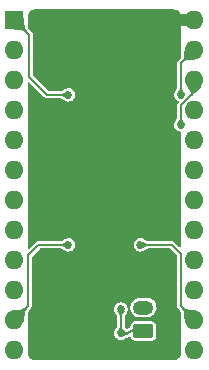
<source format=gbr>
%TF.GenerationSoftware,KiCad,Pcbnew,(6.0.9)*%
%TF.CreationDate,2022-11-12T15:20:29-05:00*%
%TF.ProjectId,6116_FRAM_MOD,36313136-5f46-4524-914d-5f4d4f442e6b,rev?*%
%TF.SameCoordinates,Original*%
%TF.FileFunction,Copper,L2,Bot*%
%TF.FilePolarity,Positive*%
%FSLAX46Y46*%
G04 Gerber Fmt 4.6, Leading zero omitted, Abs format (unit mm)*
G04 Created by KiCad (PCBNEW (6.0.9)) date 2022-11-12 15:20:29*
%MOMM*%
%LPD*%
G01*
G04 APERTURE LIST*
G04 Aperture macros list*
%AMRoundRect*
0 Rectangle with rounded corners*
0 $1 Rounding radius*
0 $2 $3 $4 $5 $6 $7 $8 $9 X,Y pos of 4 corners*
0 Add a 4 corners polygon primitive as box body*
4,1,4,$2,$3,$4,$5,$6,$7,$8,$9,$2,$3,0*
0 Add four circle primitives for the rounded corners*
1,1,$1+$1,$2,$3*
1,1,$1+$1,$4,$5*
1,1,$1+$1,$6,$7*
1,1,$1+$1,$8,$9*
0 Add four rect primitives between the rounded corners*
20,1,$1+$1,$2,$3,$4,$5,0*
20,1,$1+$1,$4,$5,$6,$7,0*
20,1,$1+$1,$6,$7,$8,$9,0*
20,1,$1+$1,$8,$9,$2,$3,0*%
G04 Aperture macros list end*
%TA.AperFunction,ComponentPad*%
%ADD10RoundRect,0.250000X0.625000X-0.350000X0.625000X0.350000X-0.625000X0.350000X-0.625000X-0.350000X0*%
%TD*%
%TA.AperFunction,ComponentPad*%
%ADD11O,1.750000X1.200000*%
%TD*%
%TA.AperFunction,ComponentPad*%
%ADD12R,1.600000X1.600000*%
%TD*%
%TA.AperFunction,ComponentPad*%
%ADD13O,1.600000X1.600000*%
%TD*%
%TA.AperFunction,ViaPad*%
%ADD14C,0.685800*%
%TD*%
%TA.AperFunction,Conductor*%
%ADD15C,0.152400*%
%TD*%
%TA.AperFunction,Conductor*%
%ADD16C,0.914400*%
%TD*%
G04 APERTURE END LIST*
D10*
%TO.P,J1,1,Pin_1*%
%TO.N,/BATT_FAKE*%
X122682000Y-84785200D03*
D11*
%TO.P,J1,2,Pin_2*%
%TO.N,GND*%
X122682000Y-82785200D03*
%TD*%
D12*
%TO.P,U10,1,A7*%
%TO.N,/A7*%
X111760000Y-58420000D03*
D13*
%TO.P,U10,2,A6*%
%TO.N,/A6*%
X111760000Y-60960000D03*
%TO.P,U10,3,A5*%
%TO.N,/A5*%
X111760000Y-63500000D03*
%TO.P,U10,4,A4*%
%TO.N,/A4*%
X111760000Y-66040000D03*
%TO.P,U10,5,A3*%
%TO.N,/A3*%
X111760000Y-68580000D03*
%TO.P,U10,6,A2*%
%TO.N,/A2*%
X111760000Y-71120000D03*
%TO.P,U10,7,A1*%
%TO.N,/A1*%
X111760000Y-73660000D03*
%TO.P,U10,8,A0*%
%TO.N,/A0*%
X111760000Y-76200000D03*
%TO.P,U10,9,D0*%
%TO.N,/D0*%
X111760000Y-78740000D03*
%TO.P,U10,10,D1*%
%TO.N,/D1*%
X111760000Y-81280000D03*
%TO.P,U10,11,D2*%
%TO.N,/D2*%
X111760000Y-83820000D03*
%TO.P,U10,12,GND*%
%TO.N,GND*%
X111760000Y-86360000D03*
%TO.P,U10,13,D3*%
%TO.N,/D3*%
X127000000Y-86360000D03*
%TO.P,U10,14,D4*%
%TO.N,/D4*%
X127000000Y-83820000D03*
%TO.P,U10,15,D5*%
%TO.N,/D5*%
X127000000Y-81280000D03*
%TO.P,U10,16,D6*%
%TO.N,/D6*%
X127000000Y-78740000D03*
%TO.P,U10,17,D7*%
%TO.N,/D7*%
X127000000Y-76200000D03*
%TO.P,U10,18,~{CE}*%
%TO.N,/~{CE}*%
X127000000Y-73660000D03*
%TO.P,U10,19,A10*%
%TO.N,/A10*%
X127000000Y-71120000D03*
%TO.P,U10,20,~{OE}*%
%TO.N,/~{OE}*%
X127000000Y-68580000D03*
%TO.P,U10,21,~{WE}*%
%TO.N,/~{WE}*%
X127000000Y-66040000D03*
%TO.P,U10,22,A9*%
%TO.N,/A9*%
X127000000Y-63500000D03*
%TO.P,U10,23,A8*%
%TO.N,/A8*%
X127000000Y-60960000D03*
%TO.P,U10,24,VCC*%
%TO.N,VCC*%
X127000000Y-58420000D03*
%TD*%
D14*
%TO.N,/D2*%
X116332000Y-77470000D03*
%TO.N,/A8*%
X125857000Y-64770000D03*
%TO.N,/A9*%
X125857000Y-67310000D03*
%TO.N,/A7*%
X116332000Y-64770000D03*
%TO.N,/D4*%
X122428000Y-77470000D03*
%TO.N,VCC*%
X120799466Y-86233000D03*
X124030000Y-61263000D03*
X124030000Y-60453800D03*
%TO.N,/BATT_FAKE*%
X120777000Y-84963000D03*
X120777000Y-82931000D03*
%TD*%
D15*
%TO.N,/D2*%
X112903000Y-82677000D02*
X111760000Y-83820000D01*
X113792000Y-77470000D02*
X112903000Y-78359000D01*
X116332000Y-77470000D02*
X113792000Y-77470000D01*
X112903000Y-78359000D02*
X112903000Y-82677000D01*
%TO.N,/A8*%
X125857000Y-62103000D02*
X127000000Y-60960000D01*
X125857000Y-64770000D02*
X125857000Y-62103000D01*
%TO.N,/A9*%
X125857000Y-65659000D02*
X127000000Y-64516000D01*
X125857000Y-67310000D02*
X125857000Y-65659000D01*
X127000000Y-64516000D02*
X127000000Y-63500000D01*
%TO.N,/A7*%
X113030000Y-59690000D02*
X111760000Y-58420000D01*
X113030000Y-63246000D02*
X113030000Y-59690000D01*
X114554000Y-64770000D02*
X113030000Y-63246000D01*
X116332000Y-64770000D02*
X114554000Y-64770000D01*
%TO.N,/D4*%
X122428000Y-77470000D02*
X125095000Y-77470000D01*
X125857000Y-78232000D02*
X125857000Y-82677000D01*
X125095000Y-77470000D02*
X125857000Y-78232000D01*
X125857000Y-82677000D02*
X127000000Y-83820000D01*
D16*
%TO.N,VCC*%
X127000000Y-58420000D02*
X125857000Y-58420000D01*
D15*
%TO.N,/BATT_FAKE*%
X121412000Y-84963000D02*
X121589800Y-84785200D01*
X120777000Y-82931000D02*
X120777000Y-84963000D01*
X120777000Y-84963000D02*
X121412000Y-84963000D01*
X121589800Y-84785200D02*
X122682000Y-84785200D01*
%TD*%
%TA.AperFunction,Conductor*%
%TO.N,VCC*%
G36*
X125252284Y-57531643D02*
G01*
X125395361Y-57550480D01*
X125414323Y-57555561D01*
X125543055Y-57608883D01*
X125560055Y-57618699D01*
X125670600Y-57703523D01*
X125684479Y-57717402D01*
X125769301Y-57827944D01*
X125779117Y-57844945D01*
X125832439Y-57973677D01*
X125837520Y-57992639D01*
X125856357Y-58135716D01*
X125857000Y-58145532D01*
X125857000Y-61570859D01*
X125850116Y-61602290D01*
X125833749Y-61637864D01*
X125827840Y-61648389D01*
X125765845Y-61740588D01*
X125759539Y-61748706D01*
X125654578Y-61866237D01*
X125652793Y-61869170D01*
X125652790Y-61869174D01*
X125647895Y-61877216D01*
X125638801Y-61889249D01*
X125637336Y-61890829D01*
X125635367Y-61892873D01*
X125621043Y-61907197D01*
X125619082Y-61910055D01*
X125616867Y-61912721D01*
X125616722Y-61912601D01*
X125614137Y-61915838D01*
X125594472Y-61937037D01*
X125591899Y-61943486D01*
X125589092Y-61950521D01*
X125581259Y-61965193D01*
X125573044Y-61977168D01*
X125571442Y-61983919D01*
X125571441Y-61983921D01*
X125566366Y-62005307D01*
X125563046Y-62015806D01*
X125552327Y-62042673D01*
X125551700Y-62049068D01*
X125551700Y-62058308D01*
X125549668Y-62075670D01*
X125546783Y-62087828D01*
X125547719Y-62094706D01*
X125547719Y-62094707D01*
X125551013Y-62118909D01*
X125551700Y-62129050D01*
X125551700Y-64057362D01*
X125549533Y-64075282D01*
X125546434Y-64087912D01*
X125546271Y-64091599D01*
X125546270Y-64091603D01*
X125544140Y-64139648D01*
X125543355Y-64147652D01*
X125538779Y-64177652D01*
X125536750Y-64186951D01*
X125532066Y-64203337D01*
X125528689Y-64212732D01*
X125523462Y-64224705D01*
X125519517Y-64232476D01*
X125509811Y-64249126D01*
X125506695Y-64254026D01*
X125487893Y-64281215D01*
X125486665Y-64282938D01*
X125458681Y-64321050D01*
X125456275Y-64324388D01*
X125456108Y-64324624D01*
X125456073Y-64324673D01*
X125429630Y-64362045D01*
X125424071Y-64369902D01*
X125420565Y-64374999D01*
X125420224Y-64375509D01*
X125416901Y-64380622D01*
X125416766Y-64380836D01*
X125416753Y-64380856D01*
X125392224Y-64419695D01*
X125384054Y-64432631D01*
X125379625Y-64439936D01*
X125379194Y-64440677D01*
X125375011Y-64448181D01*
X125374856Y-64448471D01*
X125374847Y-64448488D01*
X125359302Y-64477625D01*
X125345847Y-64502843D01*
X125325850Y-64554023D01*
X125325291Y-64556169D01*
X125324646Y-64558643D01*
X125321352Y-64568459D01*
X125301608Y-64616126D01*
X125299723Y-64620678D01*
X125280064Y-64770000D01*
X125299723Y-64919322D01*
X125301607Y-64923869D01*
X125301607Y-64923871D01*
X125314507Y-64955015D01*
X125357359Y-65058468D01*
X125449045Y-65177955D01*
X125568532Y-65269641D01*
X125573077Y-65271524D01*
X125573083Y-65271527D01*
X125637108Y-65298046D01*
X125675034Y-65332798D01*
X125681749Y-65383798D01*
X125663463Y-65418664D01*
X125637325Y-65446841D01*
X125635367Y-65448873D01*
X125621043Y-65463197D01*
X125619082Y-65466055D01*
X125616867Y-65468721D01*
X125616722Y-65468601D01*
X125614137Y-65471838D01*
X125594472Y-65493037D01*
X125591899Y-65499486D01*
X125589092Y-65506521D01*
X125581259Y-65521193D01*
X125573044Y-65533168D01*
X125571442Y-65539919D01*
X125571441Y-65539921D01*
X125566366Y-65561307D01*
X125563046Y-65571806D01*
X125552327Y-65598673D01*
X125551700Y-65605068D01*
X125551700Y-65614308D01*
X125549668Y-65631670D01*
X125546783Y-65643828D01*
X125547719Y-65650706D01*
X125547719Y-65650707D01*
X125551013Y-65674909D01*
X125551700Y-65685050D01*
X125551700Y-66597362D01*
X125549533Y-66615282D01*
X125546434Y-66627912D01*
X125546271Y-66631599D01*
X125546270Y-66631603D01*
X125544140Y-66679648D01*
X125543355Y-66687652D01*
X125538779Y-66717652D01*
X125536750Y-66726951D01*
X125532066Y-66743337D01*
X125528689Y-66752732D01*
X125523462Y-66764705D01*
X125519517Y-66772476D01*
X125509811Y-66789126D01*
X125506695Y-66794026D01*
X125487893Y-66821215D01*
X125486665Y-66822938D01*
X125458681Y-66861050D01*
X125456275Y-66864388D01*
X125424071Y-66909902D01*
X125420565Y-66914999D01*
X125420224Y-66915509D01*
X125416901Y-66920622D01*
X125384054Y-66972631D01*
X125379625Y-66979936D01*
X125379194Y-66980677D01*
X125375011Y-66988181D01*
X125345847Y-67042843D01*
X125325850Y-67094023D01*
X125325291Y-67096169D01*
X125324646Y-67098643D01*
X125321352Y-67108459D01*
X125301608Y-67156126D01*
X125299723Y-67160678D01*
X125280064Y-67310000D01*
X125299723Y-67459322D01*
X125357359Y-67598468D01*
X125449045Y-67717955D01*
X125568532Y-67809641D01*
X125638105Y-67838459D01*
X125703129Y-67865393D01*
X125703131Y-67865393D01*
X125707678Y-67867277D01*
X125712556Y-67867919D01*
X125712559Y-67867920D01*
X125791616Y-67878328D01*
X125837243Y-67902081D01*
X125857000Y-67952885D01*
X125857000Y-77618692D01*
X125839407Y-77667030D01*
X125794858Y-77692750D01*
X125744200Y-77683817D01*
X125728626Y-77671866D01*
X125350079Y-77293319D01*
X125346438Y-77289101D01*
X125344345Y-77284820D01*
X125307158Y-77250324D01*
X125305127Y-77248367D01*
X125290803Y-77234043D01*
X125287945Y-77232082D01*
X125285279Y-77229867D01*
X125285399Y-77229722D01*
X125282162Y-77227137D01*
X125260963Y-77207472D01*
X125254514Y-77204899D01*
X125247479Y-77202092D01*
X125232806Y-77194258D01*
X125226555Y-77189970D01*
X125226556Y-77189970D01*
X125220832Y-77186044D01*
X125214081Y-77184442D01*
X125214079Y-77184441D01*
X125192693Y-77179366D01*
X125182194Y-77176046D01*
X125155327Y-77165327D01*
X125148932Y-77164700D01*
X125139692Y-77164700D01*
X125122330Y-77162668D01*
X125110172Y-77159783D01*
X125103294Y-77160719D01*
X125103293Y-77160719D01*
X125079091Y-77164013D01*
X125068950Y-77164700D01*
X123140638Y-77164700D01*
X123122718Y-77162533D01*
X123110088Y-77159434D01*
X123106400Y-77159270D01*
X123106397Y-77159270D01*
X123080952Y-77158142D01*
X123058351Y-77157140D01*
X123050356Y-77156356D01*
X123020353Y-77151780D01*
X123011031Y-77149745D01*
X122994672Y-77145069D01*
X122985267Y-77141689D01*
X122973294Y-77136462D01*
X122965523Y-77132517D01*
X122948873Y-77122811D01*
X122943973Y-77119695D01*
X122916784Y-77100893D01*
X122915048Y-77099656D01*
X122877147Y-77071826D01*
X122877103Y-77071794D01*
X122876949Y-77071681D01*
X122873611Y-77069275D01*
X122828097Y-77037071D01*
X122823000Y-77033565D01*
X122822773Y-77033413D01*
X122822703Y-77033366D01*
X122822669Y-77033344D01*
X122822490Y-77033224D01*
X122817377Y-77029901D01*
X122765368Y-76997054D01*
X122758182Y-76992694D01*
X122757918Y-76992540D01*
X122757884Y-76992520D01*
X122757748Y-76992441D01*
X122757731Y-76992431D01*
X122757442Y-76992263D01*
X122749820Y-76988012D01*
X122695159Y-76958848D01*
X122663429Y-76946451D01*
X122646028Y-76939652D01*
X122646024Y-76939651D01*
X122643967Y-76938847D01*
X122639360Y-76937647D01*
X122629537Y-76934351D01*
X122581871Y-76914607D01*
X122581869Y-76914607D01*
X122577322Y-76912723D01*
X122572444Y-76912081D01*
X122572441Y-76912080D01*
X122432884Y-76893707D01*
X122428000Y-76893064D01*
X122423116Y-76893707D01*
X122283559Y-76912080D01*
X122283556Y-76912081D01*
X122278678Y-76912723D01*
X122274131Y-76914607D01*
X122274129Y-76914607D01*
X122226463Y-76934351D01*
X122139532Y-76970359D01*
X122135625Y-76973357D01*
X122061699Y-77030083D01*
X122020045Y-77062045D01*
X121928359Y-77181532D01*
X121906608Y-77234043D01*
X121892154Y-77268940D01*
X121870723Y-77320678D01*
X121851064Y-77470000D01*
X121870723Y-77619322D01*
X121928359Y-77758468D01*
X122020045Y-77877955D01*
X122139532Y-77969641D01*
X122163124Y-77979413D01*
X122274129Y-78025393D01*
X122274131Y-78025393D01*
X122278678Y-78027277D01*
X122283556Y-78027919D01*
X122283559Y-78027920D01*
X122423116Y-78046293D01*
X122428000Y-78046936D01*
X122432884Y-78046293D01*
X122572439Y-78027920D01*
X122572440Y-78027920D01*
X122577322Y-78027277D01*
X122581871Y-78025393D01*
X122581874Y-78025392D01*
X122667692Y-77989845D01*
X122674693Y-77987343D01*
X122691624Y-77982221D01*
X122691626Y-77982220D01*
X122695160Y-77981151D01*
X122698415Y-77979414D01*
X122698418Y-77979413D01*
X122749537Y-77952138D01*
X122749822Y-77951986D01*
X122757442Y-77947736D01*
X122757748Y-77947558D01*
X122757884Y-77947479D01*
X122757918Y-77947459D01*
X122758182Y-77947305D01*
X122765368Y-77942945D01*
X122817377Y-77910098D01*
X122822490Y-77906775D01*
X122822669Y-77906655D01*
X122822703Y-77906633D01*
X122822773Y-77906586D01*
X122823000Y-77906434D01*
X122828097Y-77902928D01*
X122873611Y-77870724D01*
X122876948Y-77868318D01*
X122914963Y-77840404D01*
X122916699Y-77839166D01*
X122943988Y-77820295D01*
X122948886Y-77817181D01*
X122965521Y-77807483D01*
X122973294Y-77803537D01*
X122985267Y-77798310D01*
X122994672Y-77794930D01*
X123011031Y-77790254D01*
X123020353Y-77788219D01*
X123050356Y-77783643D01*
X123058352Y-77782860D01*
X123078426Y-77781970D01*
X123106598Y-77780721D01*
X123106602Y-77780720D01*
X123110085Y-77780566D01*
X123113863Y-77779683D01*
X123124168Y-77777274D01*
X123141285Y-77775300D01*
X124937393Y-77775300D01*
X124985731Y-77792893D01*
X124990567Y-77797326D01*
X125529674Y-78336434D01*
X125551414Y-78383054D01*
X125551700Y-78389608D01*
X125551700Y-82621560D01*
X125551292Y-82627119D01*
X125549744Y-82631628D01*
X125550661Y-82656043D01*
X125551647Y-82682315D01*
X125551700Y-82685136D01*
X125551700Y-82705393D01*
X125552334Y-82708797D01*
X125552653Y-82712249D01*
X125552481Y-82712265D01*
X125552926Y-82716383D01*
X125553750Y-82738343D01*
X125553751Y-82738346D01*
X125554011Y-82745282D01*
X125556752Y-82751661D01*
X125556752Y-82751663D01*
X125559742Y-82758623D01*
X125564576Y-82774535D01*
X125565907Y-82781678D01*
X125567236Y-82788811D01*
X125570878Y-82794720D01*
X125570879Y-82794722D01*
X125582413Y-82813434D01*
X125587491Y-82823210D01*
X125596808Y-82844897D01*
X125596810Y-82844900D01*
X125598906Y-82849779D01*
X125602985Y-82854744D01*
X125609516Y-82861275D01*
X125620357Y-82874989D01*
X125626915Y-82885628D01*
X125632439Y-82889829D01*
X125632444Y-82889834D01*
X125635235Y-82891956D01*
X125649710Y-82908187D01*
X125650522Y-82907594D01*
X125652699Y-82910575D01*
X125654578Y-82913763D01*
X125759539Y-83031294D01*
X125765842Y-83039408D01*
X125827840Y-83131610D01*
X125833749Y-83142135D01*
X125850116Y-83177709D01*
X125857000Y-83209140D01*
X125857000Y-86634468D01*
X125856357Y-86644284D01*
X125837520Y-86787361D01*
X125832439Y-86806323D01*
X125779117Y-86935055D01*
X125769301Y-86952056D01*
X125684479Y-87062598D01*
X125670600Y-87076477D01*
X125560056Y-87161301D01*
X125543055Y-87171117D01*
X125414323Y-87224439D01*
X125395361Y-87229520D01*
X125252284Y-87248357D01*
X125242468Y-87249000D01*
X113517532Y-87249000D01*
X113507716Y-87248357D01*
X113364639Y-87229520D01*
X113345677Y-87224439D01*
X113216945Y-87171117D01*
X113199944Y-87161301D01*
X113089400Y-87076477D01*
X113075521Y-87062598D01*
X112990699Y-86952056D01*
X112980883Y-86935055D01*
X112927561Y-86806323D01*
X112922480Y-86787361D01*
X112903643Y-86644284D01*
X112903000Y-86634468D01*
X112903000Y-84963000D01*
X120200064Y-84963000D01*
X120219723Y-85112322D01*
X120277359Y-85251468D01*
X120287145Y-85264221D01*
X120357125Y-85355420D01*
X120369045Y-85370955D01*
X120488532Y-85462641D01*
X120513966Y-85473176D01*
X120623129Y-85518393D01*
X120623131Y-85518393D01*
X120627678Y-85520277D01*
X120632556Y-85520919D01*
X120632559Y-85520920D01*
X120772116Y-85539293D01*
X120777000Y-85539936D01*
X120781884Y-85539293D01*
X120921441Y-85520920D01*
X120921444Y-85520919D01*
X120926322Y-85520277D01*
X120930869Y-85518393D01*
X120930871Y-85518393D01*
X121040034Y-85473176D01*
X121065468Y-85462641D01*
X121075393Y-85455026D01*
X121165259Y-85386069D01*
X121174357Y-85380082D01*
X121174401Y-85380057D01*
X121174402Y-85380056D01*
X121177634Y-85378251D01*
X121180447Y-85375854D01*
X121180454Y-85375849D01*
X121199382Y-85359719D01*
X121210148Y-85352068D01*
X121211245Y-85351425D01*
X121222723Y-85345951D01*
X121225918Y-85344747D01*
X121235106Y-85341942D01*
X121252468Y-85337834D01*
X121256992Y-85336911D01*
X121293628Y-85330601D01*
X121296526Y-85330083D01*
X121342956Y-85321484D01*
X121347094Y-85320630D01*
X121351986Y-85319620D01*
X121352000Y-85319617D01*
X121352334Y-85319548D01*
X121352814Y-85319439D01*
X121352870Y-85319426D01*
X121352882Y-85319423D01*
X121353260Y-85319337D01*
X121355990Y-85318656D01*
X121362274Y-85317087D01*
X121362303Y-85317079D01*
X121362597Y-85317006D01*
X121389773Y-85309627D01*
X121408890Y-85304436D01*
X121408905Y-85304432D01*
X121409515Y-85304266D01*
X121424603Y-85299618D01*
X121425196Y-85299413D01*
X121425221Y-85299405D01*
X121425487Y-85299313D01*
X121425505Y-85299306D01*
X121426091Y-85299104D01*
X121440770Y-85293475D01*
X121489182Y-85273020D01*
X121489864Y-85272699D01*
X121489878Y-85272693D01*
X121505395Y-85265395D01*
X121505405Y-85265390D01*
X121506060Y-85265082D01*
X121506115Y-85265200D01*
X121556826Y-85259602D01*
X121599621Y-85288144D01*
X121609429Y-85306265D01*
X121627857Y-85355420D01*
X121632438Y-85367641D01*
X121635648Y-85371924D01*
X121635649Y-85371926D01*
X121711531Y-85473176D01*
X121714741Y-85477459D01*
X121719024Y-85480669D01*
X121820274Y-85556551D01*
X121820276Y-85556552D01*
X121824559Y-85559762D01*
X121829571Y-85561641D01*
X121829573Y-85561642D01*
X121948646Y-85606281D01*
X121948650Y-85606282D01*
X121953062Y-85607936D01*
X121957748Y-85608445D01*
X121957752Y-85608446D01*
X122009617Y-85614080D01*
X122009623Y-85614080D01*
X122011645Y-85614300D01*
X122681835Y-85614300D01*
X123352354Y-85614299D01*
X123354375Y-85614079D01*
X123354384Y-85614079D01*
X123386939Y-85610543D01*
X123410938Y-85607936D01*
X123415353Y-85606281D01*
X123534427Y-85561642D01*
X123534429Y-85561641D01*
X123539441Y-85559762D01*
X123543724Y-85556552D01*
X123543726Y-85556551D01*
X123644976Y-85480669D01*
X123649259Y-85477459D01*
X123652469Y-85473176D01*
X123728351Y-85371926D01*
X123728352Y-85371924D01*
X123731562Y-85367641D01*
X123734532Y-85359719D01*
X123778081Y-85243554D01*
X123778082Y-85243550D01*
X123779736Y-85239138D01*
X123780245Y-85234452D01*
X123780246Y-85234448D01*
X123785880Y-85182583D01*
X123785880Y-85182577D01*
X123786100Y-85180555D01*
X123786099Y-84389846D01*
X123785879Y-84387814D01*
X123780756Y-84340653D01*
X123779736Y-84331262D01*
X123766963Y-84297189D01*
X123733442Y-84207773D01*
X123733441Y-84207771D01*
X123731562Y-84202759D01*
X123722941Y-84191255D01*
X123652469Y-84097224D01*
X123649259Y-84092941D01*
X123640134Y-84086102D01*
X123543726Y-84013849D01*
X123543724Y-84013848D01*
X123539441Y-84010638D01*
X123534429Y-84008759D01*
X123534427Y-84008758D01*
X123415354Y-83964119D01*
X123415350Y-83964118D01*
X123410938Y-83962464D01*
X123406252Y-83961955D01*
X123406248Y-83961954D01*
X123354383Y-83956320D01*
X123354377Y-83956320D01*
X123352355Y-83956100D01*
X122682165Y-83956100D01*
X122011646Y-83956101D01*
X122009625Y-83956321D01*
X122009616Y-83956321D01*
X121977061Y-83959857D01*
X121953062Y-83962464D01*
X121948648Y-83964119D01*
X121948647Y-83964119D01*
X121829573Y-84008758D01*
X121829571Y-84008759D01*
X121824559Y-84010638D01*
X121820276Y-84013848D01*
X121820274Y-84013849D01*
X121723866Y-84086102D01*
X121714741Y-84092941D01*
X121711531Y-84097224D01*
X121641060Y-84191255D01*
X121632438Y-84202759D01*
X121630559Y-84207771D01*
X121630558Y-84207773D01*
X121588905Y-84318883D01*
X121584264Y-84331262D01*
X121583755Y-84335948D01*
X121583754Y-84335952D01*
X121580469Y-84366200D01*
X121577900Y-84389845D01*
X121577900Y-84391012D01*
X121557767Y-84438198D01*
X121537309Y-84453657D01*
X121533381Y-84455681D01*
X121533357Y-84455694D01*
X121532821Y-84455970D01*
X121519635Y-84463310D01*
X121519129Y-84463614D01*
X121519109Y-84463625D01*
X121518907Y-84463747D01*
X121518346Y-84464083D01*
X121505638Y-84472274D01*
X121505122Y-84472631D01*
X121505117Y-84472634D01*
X121447739Y-84512293D01*
X121434666Y-84519525D01*
X121421899Y-84525010D01*
X121421897Y-84525011D01*
X121417021Y-84527106D01*
X121412056Y-84531185D01*
X121405525Y-84537716D01*
X121391811Y-84548557D01*
X121381172Y-84555115D01*
X121376969Y-84560642D01*
X121376967Y-84560644D01*
X121365124Y-84576218D01*
X121355399Y-84586750D01*
X121338572Y-84601801D01*
X121290815Y-84620913D01*
X121241945Y-84604857D01*
X121224858Y-84585908D01*
X121217214Y-84573805D01*
X121217198Y-84573780D01*
X121217095Y-84573617D01*
X121213830Y-84568591D01*
X121213492Y-84568085D01*
X121209928Y-84562902D01*
X121208331Y-84560644D01*
X121177903Y-84517641D01*
X121177724Y-84517388D01*
X121175318Y-84514051D01*
X121174028Y-84512293D01*
X121147404Y-84476036D01*
X121146166Y-84474300D01*
X121127295Y-84447011D01*
X121124181Y-84442113D01*
X121114483Y-84425478D01*
X121110537Y-84417705D01*
X121105310Y-84405732D01*
X121101929Y-84396324D01*
X121099497Y-84387816D01*
X121097254Y-84379968D01*
X121095218Y-84370642D01*
X121090644Y-84340649D01*
X121089859Y-84332642D01*
X121087721Y-84284402D01*
X121087720Y-84284398D01*
X121087566Y-84280915D01*
X121084274Y-84266832D01*
X121082300Y-84249715D01*
X121082300Y-83643635D01*
X121084467Y-83625712D01*
X121086686Y-83616670D01*
X121087566Y-83613084D01*
X121088139Y-83600174D01*
X121089859Y-83561357D01*
X121090644Y-83553350D01*
X121092653Y-83540180D01*
X121095219Y-83523353D01*
X121097255Y-83514026D01*
X121101929Y-83497675D01*
X121105310Y-83488267D01*
X121110537Y-83476294D01*
X121114482Y-83468523D01*
X121124188Y-83451873D01*
X121127304Y-83446973D01*
X121146106Y-83419784D01*
X121147343Y-83418048D01*
X121175173Y-83380147D01*
X121175205Y-83380103D01*
X121175318Y-83379949D01*
X121177724Y-83376611D01*
X121209928Y-83331097D01*
X121213434Y-83326000D01*
X121213775Y-83325490D01*
X121217098Y-83320377D01*
X121249945Y-83268368D01*
X121254305Y-83261182D01*
X121254736Y-83260442D01*
X121258986Y-83252822D01*
X121288151Y-83198160D01*
X121308153Y-83146966D01*
X121309353Y-83142359D01*
X121312649Y-83132536D01*
X121332393Y-83084870D01*
X121334277Y-83080322D01*
X121339663Y-83039416D01*
X121353293Y-82935884D01*
X121353936Y-82931000D01*
X121350933Y-82908187D01*
X121334920Y-82786559D01*
X121334919Y-82786556D01*
X121334277Y-82781678D01*
X121331319Y-82774535D01*
X121316453Y-82738645D01*
X121574311Y-82738645D01*
X121574524Y-82742712D01*
X121574524Y-82742715D01*
X121576192Y-82774535D01*
X121583739Y-82918539D01*
X121584821Y-82922466D01*
X121584821Y-82922468D01*
X121598165Y-82970912D01*
X121631577Y-83092212D01*
X121715592Y-83251561D01*
X121718221Y-83254672D01*
X121718223Y-83254675D01*
X121778498Y-83326000D01*
X121831865Y-83389151D01*
X121835097Y-83391622D01*
X121835098Y-83391623D01*
X121870801Y-83418920D01*
X121974971Y-83498564D01*
X122092460Y-83553350D01*
X122109629Y-83561356D01*
X122138234Y-83574695D01*
X122142205Y-83575583D01*
X122142206Y-83575583D01*
X122311029Y-83613320D01*
X122311031Y-83613320D01*
X122314036Y-83613992D01*
X122317111Y-83614164D01*
X122317112Y-83614164D01*
X122317328Y-83614176D01*
X122319546Y-83614300D01*
X123002004Y-83614300D01*
X123004027Y-83614080D01*
X123004031Y-83614080D01*
X123070633Y-83606845D01*
X123136087Y-83599734D01*
X123139950Y-83598434D01*
X123302960Y-83543575D01*
X123302965Y-83543573D01*
X123306818Y-83542276D01*
X123310304Y-83540181D01*
X123310307Y-83540180D01*
X123457743Y-83451592D01*
X123457746Y-83451590D01*
X123461229Y-83449497D01*
X123592115Y-83325725D01*
X123595750Y-83320377D01*
X123678809Y-83198159D01*
X123693369Y-83176734D01*
X123760267Y-83009476D01*
X123789689Y-82831755D01*
X123789163Y-82821706D01*
X123783921Y-82721692D01*
X123780261Y-82651861D01*
X123778945Y-82647081D01*
X123733505Y-82482117D01*
X123732423Y-82478188D01*
X123648408Y-82318839D01*
X123645779Y-82315728D01*
X123645777Y-82315725D01*
X123534762Y-82184358D01*
X123532135Y-82181249D01*
X123389029Y-82071836D01*
X123225766Y-81995705D01*
X123221795Y-81994817D01*
X123221794Y-81994817D01*
X123052971Y-81957080D01*
X123052969Y-81957080D01*
X123049964Y-81956408D01*
X123046889Y-81956236D01*
X123046888Y-81956236D01*
X123046672Y-81956224D01*
X123044454Y-81956100D01*
X122361996Y-81956100D01*
X122359973Y-81956320D01*
X122359969Y-81956320D01*
X122293367Y-81963555D01*
X122227913Y-81970666D01*
X122224050Y-81971966D01*
X122061040Y-82026825D01*
X122061035Y-82026827D01*
X122057182Y-82028124D01*
X122053696Y-82030219D01*
X122053693Y-82030220D01*
X121906257Y-82118808D01*
X121906254Y-82118810D01*
X121902771Y-82120903D01*
X121771885Y-82244675D01*
X121670631Y-82393666D01*
X121669119Y-82397445D01*
X121669119Y-82397446D01*
X121655555Y-82431359D01*
X121603733Y-82560924D01*
X121574311Y-82738645D01*
X121316453Y-82738645D01*
X121300000Y-82698925D01*
X121276641Y-82642532D01*
X121184955Y-82523045D01*
X121065468Y-82431359D01*
X120966338Y-82390298D01*
X120930871Y-82375607D01*
X120930869Y-82375607D01*
X120926322Y-82373723D01*
X120921444Y-82373081D01*
X120921441Y-82373080D01*
X120781884Y-82354707D01*
X120777000Y-82354064D01*
X120772116Y-82354707D01*
X120632559Y-82373080D01*
X120632556Y-82373081D01*
X120627678Y-82373723D01*
X120623131Y-82375607D01*
X120623129Y-82375607D01*
X120587662Y-82390298D01*
X120488532Y-82431359D01*
X120369045Y-82523045D01*
X120277359Y-82642532D01*
X120254000Y-82698925D01*
X120222682Y-82774535D01*
X120219723Y-82781678D01*
X120219081Y-82786556D01*
X120219080Y-82786559D01*
X120203067Y-82908187D01*
X120200064Y-82931000D01*
X120200707Y-82935884D01*
X120214338Y-83039416D01*
X120219723Y-83080322D01*
X120246445Y-83144835D01*
X120257153Y-83170686D01*
X120259655Y-83177689D01*
X120264777Y-83194621D01*
X120264779Y-83194627D01*
X120265848Y-83198159D01*
X120295012Y-83252820D01*
X120299263Y-83260442D01*
X120299694Y-83261182D01*
X120304054Y-83268368D01*
X120336901Y-83320377D01*
X120340224Y-83325490D01*
X120340565Y-83326000D01*
X120344071Y-83331097D01*
X120376275Y-83376611D01*
X120378681Y-83379949D01*
X120378794Y-83380103D01*
X120378826Y-83380147D01*
X120406656Y-83418048D01*
X120407893Y-83419784D01*
X120426695Y-83446973D01*
X120429811Y-83451873D01*
X120439517Y-83468523D01*
X120443462Y-83476294D01*
X120448689Y-83488267D01*
X120452070Y-83497675D01*
X120456744Y-83514026D01*
X120458780Y-83523353D01*
X120461347Y-83540180D01*
X120463355Y-83553350D01*
X120464140Y-83561351D01*
X120466434Y-83613088D01*
X120467272Y-83616670D01*
X120469726Y-83627171D01*
X120471700Y-83644287D01*
X120471700Y-84250362D01*
X120469533Y-84268282D01*
X120466434Y-84280912D01*
X120466271Y-84284599D01*
X120466270Y-84284603D01*
X120464140Y-84332648D01*
X120463355Y-84340652D01*
X120458781Y-84370642D01*
X120456750Y-84379951D01*
X120452066Y-84396337D01*
X120448689Y-84405732D01*
X120443462Y-84417705D01*
X120439517Y-84425476D01*
X120429811Y-84442126D01*
X120426695Y-84447026D01*
X120407893Y-84474215D01*
X120406665Y-84475938D01*
X120398394Y-84487203D01*
X120378883Y-84513774D01*
X120378823Y-84513857D01*
X120378681Y-84514050D01*
X120376275Y-84517388D01*
X120376108Y-84517624D01*
X120376073Y-84517673D01*
X120357488Y-84543940D01*
X120344071Y-84562902D01*
X120340565Y-84567999D01*
X120340224Y-84568509D01*
X120336901Y-84573622D01*
X120336766Y-84573836D01*
X120336753Y-84573856D01*
X120328610Y-84586750D01*
X120304054Y-84625631D01*
X120299625Y-84632936D01*
X120299194Y-84633677D01*
X120295011Y-84641181D01*
X120294856Y-84641471D01*
X120294847Y-84641488D01*
X120292698Y-84645517D01*
X120265847Y-84695843D01*
X120245850Y-84747023D01*
X120245291Y-84749169D01*
X120244646Y-84751643D01*
X120241352Y-84761459D01*
X120221608Y-84809126D01*
X120219723Y-84813678D01*
X120200064Y-84963000D01*
X112903000Y-84963000D01*
X112903000Y-83209137D01*
X112909883Y-83177707D01*
X112926252Y-83142130D01*
X112932162Y-83131606D01*
X112974694Y-83068353D01*
X112994156Y-83039409D01*
X113000461Y-83031293D01*
X113105421Y-82913764D01*
X113107200Y-82910841D01*
X113107208Y-82910830D01*
X113112104Y-82902785D01*
X113121199Y-82890751D01*
X113122665Y-82889170D01*
X113124633Y-82887127D01*
X113138957Y-82872803D01*
X113140918Y-82869945D01*
X113143133Y-82867279D01*
X113143278Y-82867399D01*
X113145863Y-82864162D01*
X113154599Y-82854744D01*
X113165528Y-82842963D01*
X113170908Y-82829479D01*
X113178742Y-82814806D01*
X113183030Y-82808555D01*
X113186956Y-82802832D01*
X113189654Y-82791466D01*
X113193634Y-82774693D01*
X113196956Y-82764189D01*
X113198993Y-82759085D01*
X113207673Y-82737327D01*
X113208300Y-82730932D01*
X113208300Y-82721692D01*
X113210332Y-82704328D01*
X113211614Y-82698925D01*
X113213217Y-82692172D01*
X113212260Y-82685136D01*
X113208987Y-82661091D01*
X113208300Y-82650950D01*
X113208300Y-78516607D01*
X113225893Y-78468269D01*
X113230326Y-78463433D01*
X113896434Y-77797326D01*
X113943054Y-77775586D01*
X113949608Y-77775300D01*
X115619368Y-77775300D01*
X115637293Y-77777468D01*
X115649915Y-77780566D01*
X115653612Y-77780730D01*
X115653613Y-77780730D01*
X115660868Y-77781052D01*
X115701647Y-77782860D01*
X115709643Y-77783643D01*
X115739646Y-77788219D01*
X115748968Y-77790254D01*
X115765327Y-77794930D01*
X115774732Y-77798310D01*
X115786705Y-77803537D01*
X115794476Y-77807482D01*
X115811126Y-77817188D01*
X115816026Y-77820304D01*
X115843215Y-77839106D01*
X115844951Y-77840343D01*
X115882852Y-77868173D01*
X115882896Y-77868205D01*
X115883050Y-77868318D01*
X115886388Y-77870724D01*
X115931902Y-77902928D01*
X115936999Y-77906434D01*
X115937226Y-77906586D01*
X115937296Y-77906633D01*
X115937330Y-77906655D01*
X115937509Y-77906775D01*
X115942622Y-77910098D01*
X115994631Y-77942945D01*
X116001817Y-77947305D01*
X116002081Y-77947459D01*
X116002115Y-77947479D01*
X116002251Y-77947558D01*
X116002557Y-77947736D01*
X116010179Y-77951987D01*
X116010509Y-77952163D01*
X116061583Y-77979413D01*
X116064842Y-77981152D01*
X116096572Y-77993549D01*
X116113973Y-78000348D01*
X116113977Y-78000349D01*
X116116034Y-78001153D01*
X116118175Y-78001711D01*
X116118176Y-78001711D01*
X116120641Y-78002353D01*
X116130465Y-78005649D01*
X116182678Y-78027277D01*
X116187556Y-78027919D01*
X116187559Y-78027920D01*
X116327116Y-78046293D01*
X116332000Y-78046936D01*
X116336884Y-78046293D01*
X116476441Y-78027920D01*
X116476444Y-78027919D01*
X116481322Y-78027277D01*
X116485869Y-78025393D01*
X116485871Y-78025393D01*
X116596876Y-77979413D01*
X116620468Y-77969641D01*
X116739955Y-77877955D01*
X116831641Y-77758468D01*
X116889277Y-77619322D01*
X116908936Y-77470000D01*
X116889277Y-77320678D01*
X116867847Y-77268940D01*
X116853392Y-77234043D01*
X116831641Y-77181532D01*
X116739955Y-77062045D01*
X116698302Y-77030083D01*
X116624375Y-76973357D01*
X116620468Y-76970359D01*
X116533537Y-76934351D01*
X116485871Y-76914607D01*
X116485869Y-76914607D01*
X116481322Y-76912723D01*
X116476444Y-76912081D01*
X116476441Y-76912080D01*
X116336884Y-76893707D01*
X116332000Y-76893064D01*
X116327116Y-76893707D01*
X116187559Y-76912080D01*
X116187556Y-76912081D01*
X116182678Y-76912723D01*
X116178129Y-76914607D01*
X116178130Y-76914607D01*
X116092319Y-76950151D01*
X116085315Y-76952654D01*
X116064843Y-76958847D01*
X116010181Y-76988011D01*
X116002677Y-76992194D01*
X116002397Y-76992357D01*
X116002262Y-76992435D01*
X116002252Y-76992441D01*
X116001936Y-76992625D01*
X115994631Y-76997054D01*
X115942622Y-77029901D01*
X115937509Y-77033224D01*
X115937330Y-77033344D01*
X115937296Y-77033366D01*
X115937226Y-77033413D01*
X115936999Y-77033565D01*
X115931902Y-77037071D01*
X115886388Y-77069275D01*
X115883050Y-77071681D01*
X115882896Y-77071794D01*
X115882852Y-77071826D01*
X115844951Y-77099656D01*
X115843215Y-77100893D01*
X115816026Y-77119695D01*
X115811126Y-77122811D01*
X115794476Y-77132517D01*
X115786705Y-77136462D01*
X115774732Y-77141689D01*
X115765337Y-77145066D01*
X115748951Y-77149750D01*
X115739652Y-77151779D01*
X115709653Y-77156355D01*
X115701648Y-77157140D01*
X115653401Y-77159279D01*
X115653398Y-77159279D01*
X115649912Y-77159434D01*
X115635826Y-77162726D01*
X115618713Y-77164700D01*
X113847440Y-77164700D01*
X113841881Y-77164292D01*
X113837372Y-77162744D01*
X113786685Y-77164647D01*
X113783864Y-77164700D01*
X113763607Y-77164700D01*
X113760203Y-77165334D01*
X113756751Y-77165653D01*
X113756735Y-77165481D01*
X113752617Y-77165926D01*
X113730657Y-77166750D01*
X113730654Y-77166751D01*
X113723718Y-77167011D01*
X113717339Y-77169752D01*
X113717337Y-77169752D01*
X113710377Y-77172742D01*
X113694465Y-77177576D01*
X113687016Y-77178964D01*
X113687014Y-77178965D01*
X113680189Y-77180236D01*
X113674280Y-77183878D01*
X113674278Y-77183879D01*
X113655566Y-77195413D01*
X113645790Y-77200491D01*
X113624103Y-77209808D01*
X113624100Y-77209810D01*
X113619221Y-77211906D01*
X113614256Y-77215985D01*
X113607725Y-77222516D01*
X113594011Y-77233357D01*
X113589283Y-77236271D01*
X113589282Y-77236272D01*
X113583372Y-77239915D01*
X113564376Y-77264896D01*
X113557698Y-77272543D01*
X113031374Y-77798866D01*
X112984754Y-77820606D01*
X112935067Y-77807292D01*
X112905562Y-77765155D01*
X112903000Y-77745692D01*
X112903000Y-63732307D01*
X112920593Y-63683969D01*
X112965142Y-63658249D01*
X113015800Y-63667182D01*
X113031374Y-63679133D01*
X114298918Y-64946677D01*
X114302562Y-64950898D01*
X114304655Y-64955180D01*
X114309744Y-64959901D01*
X114309745Y-64959902D01*
X114341855Y-64989688D01*
X114343887Y-64991646D01*
X114358197Y-65005956D01*
X114361058Y-65007918D01*
X114363723Y-65010133D01*
X114363605Y-65010275D01*
X114366835Y-65012860D01*
X114388037Y-65032528D01*
X114394484Y-65035100D01*
X114394487Y-65035102D01*
X114401524Y-65037909D01*
X114416194Y-65045742D01*
X114428168Y-65053956D01*
X114434921Y-65055559D01*
X114434922Y-65055559D01*
X114456311Y-65060635D01*
X114466802Y-65063953D01*
X114493673Y-65074673D01*
X114500068Y-65075300D01*
X114509306Y-65075300D01*
X114526671Y-65077332D01*
X114538827Y-65080217D01*
X114569908Y-65075987D01*
X114580047Y-65075300D01*
X115619368Y-65075300D01*
X115637293Y-65077468D01*
X115649915Y-65080566D01*
X115653612Y-65080730D01*
X115653613Y-65080730D01*
X115660868Y-65081052D01*
X115701647Y-65082860D01*
X115709643Y-65083643D01*
X115739646Y-65088219D01*
X115748968Y-65090254D01*
X115765327Y-65094930D01*
X115774732Y-65098310D01*
X115786705Y-65103537D01*
X115794476Y-65107482D01*
X115811126Y-65117188D01*
X115816026Y-65120304D01*
X115843215Y-65139106D01*
X115844951Y-65140343D01*
X115882852Y-65168173D01*
X115882896Y-65168205D01*
X115883050Y-65168318D01*
X115886388Y-65170724D01*
X115931902Y-65202928D01*
X115936999Y-65206434D01*
X115937226Y-65206586D01*
X115937296Y-65206633D01*
X115937330Y-65206655D01*
X115937509Y-65206775D01*
X115942622Y-65210098D01*
X115994631Y-65242945D01*
X116001817Y-65247305D01*
X116002081Y-65247459D01*
X116002115Y-65247479D01*
X116002251Y-65247558D01*
X116002557Y-65247736D01*
X116010179Y-65251987D01*
X116064842Y-65281152D01*
X116096572Y-65293549D01*
X116113973Y-65300348D01*
X116113977Y-65300349D01*
X116116034Y-65301153D01*
X116118175Y-65301711D01*
X116118176Y-65301711D01*
X116120641Y-65302353D01*
X116130465Y-65305649D01*
X116182678Y-65327277D01*
X116187556Y-65327919D01*
X116187559Y-65327920D01*
X116327116Y-65346293D01*
X116332000Y-65346936D01*
X116336884Y-65346293D01*
X116476441Y-65327920D01*
X116476444Y-65327919D01*
X116481322Y-65327277D01*
X116485869Y-65325393D01*
X116485871Y-65325393D01*
X116595198Y-65280108D01*
X116620468Y-65269641D01*
X116739955Y-65177955D01*
X116831641Y-65058468D01*
X116874493Y-64955015D01*
X116887393Y-64923871D01*
X116887393Y-64923869D01*
X116889277Y-64919322D01*
X116908936Y-64770000D01*
X116889277Y-64620678D01*
X116831641Y-64481532D01*
X116739955Y-64362045D01*
X116698302Y-64330083D01*
X116624375Y-64273357D01*
X116620468Y-64270359D01*
X116519904Y-64228704D01*
X116485871Y-64214607D01*
X116485869Y-64214607D01*
X116481322Y-64212723D01*
X116476444Y-64212081D01*
X116476441Y-64212080D01*
X116336884Y-64193707D01*
X116332000Y-64193064D01*
X116327116Y-64193707D01*
X116187559Y-64212080D01*
X116187556Y-64212081D01*
X116182678Y-64212723D01*
X116178129Y-64214607D01*
X116178130Y-64214607D01*
X116092319Y-64250151D01*
X116085315Y-64252654D01*
X116064843Y-64258847D01*
X116047164Y-64268279D01*
X116022919Y-64281215D01*
X116010181Y-64288011D01*
X116002677Y-64292194D01*
X116002371Y-64292372D01*
X116002262Y-64292435D01*
X116002232Y-64292453D01*
X116001936Y-64292625D01*
X115994631Y-64297054D01*
X115994390Y-64297206D01*
X115994379Y-64297213D01*
X115951749Y-64324137D01*
X115942622Y-64329901D01*
X115937509Y-64333224D01*
X115937330Y-64333344D01*
X115937296Y-64333366D01*
X115937226Y-64333413D01*
X115936999Y-64333565D01*
X115931902Y-64337071D01*
X115886388Y-64369275D01*
X115883050Y-64371681D01*
X115882896Y-64371794D01*
X115882852Y-64371826D01*
X115844951Y-64399656D01*
X115843215Y-64400893D01*
X115816026Y-64419695D01*
X115811126Y-64422811D01*
X115794476Y-64432517D01*
X115786705Y-64436462D01*
X115774732Y-64441689D01*
X115765337Y-64445066D01*
X115748951Y-64449750D01*
X115739652Y-64451779D01*
X115709653Y-64456355D01*
X115701648Y-64457140D01*
X115653401Y-64459279D01*
X115653398Y-64459279D01*
X115649912Y-64459434D01*
X115635826Y-64462726D01*
X115618713Y-64464700D01*
X114711607Y-64464700D01*
X114663269Y-64447107D01*
X114658433Y-64442674D01*
X113357326Y-63141566D01*
X113335586Y-63094946D01*
X113335300Y-63088392D01*
X113335300Y-59745432D01*
X113335708Y-59739876D01*
X113337255Y-59735371D01*
X113335353Y-59684699D01*
X113335300Y-59681878D01*
X113335300Y-59661607D01*
X113334665Y-59658197D01*
X113334347Y-59654753D01*
X113334524Y-59654737D01*
X113334074Y-59650617D01*
X113333250Y-59628657D01*
X113333249Y-59628654D01*
X113332989Y-59621718D01*
X113330248Y-59615337D01*
X113327258Y-59608377D01*
X113322424Y-59592465D01*
X113321036Y-59585016D01*
X113321035Y-59585014D01*
X113319764Y-59578189D01*
X113316122Y-59572280D01*
X113316121Y-59572278D01*
X113304587Y-59553566D01*
X113299509Y-59543790D01*
X113290192Y-59522103D01*
X113290190Y-59522100D01*
X113288094Y-59517221D01*
X113284015Y-59512256D01*
X113277484Y-59505725D01*
X113266643Y-59492011D01*
X113263729Y-59487283D01*
X113263728Y-59487282D01*
X113260085Y-59481372D01*
X113235104Y-59462376D01*
X113227457Y-59455698D01*
X113122842Y-59351083D01*
X113111231Y-59336092D01*
X113107296Y-59329415D01*
X113107294Y-59329412D01*
X113105422Y-59326236D01*
X113000458Y-59208702D01*
X112994160Y-59200595D01*
X112932157Y-59108385D01*
X112926250Y-59097865D01*
X112909883Y-59062292D01*
X112903000Y-59030862D01*
X112903000Y-58145532D01*
X112903643Y-58135716D01*
X112922480Y-57992639D01*
X112927561Y-57973677D01*
X112980883Y-57844945D01*
X112990699Y-57827944D01*
X113075521Y-57717402D01*
X113089400Y-57703523D01*
X113199945Y-57618699D01*
X113216945Y-57608883D01*
X113345677Y-57555561D01*
X113364639Y-57550480D01*
X113507716Y-57531643D01*
X113517532Y-57531000D01*
X125242468Y-57531000D01*
X125252284Y-57531643D01*
G37*
%TD.AperFunction*%
%TD*%
%TA.AperFunction,Conductor*%
%TO.N,/BATT_FAKE*%
G36*
X120984174Y-84689266D02*
G01*
X121036117Y-84732058D01*
X121047079Y-84742822D01*
X121047080Y-84742824D01*
X121047562Y-84743297D01*
X121047565Y-84743301D01*
X121068113Y-84763477D01*
X121083464Y-84778551D01*
X121083691Y-84778780D01*
X121127874Y-84825016D01*
X121170269Y-84866996D01*
X121212063Y-84900519D01*
X121212629Y-84900798D01*
X121212633Y-84900801D01*
X121251160Y-84919820D01*
X121254548Y-84921492D01*
X121255601Y-84921595D01*
X121255603Y-84921595D01*
X121276118Y-84923592D01*
X121299015Y-84925821D01*
X121346755Y-84909414D01*
X121390895Y-84874614D01*
X121399514Y-84872183D01*
X121406412Y-84875529D01*
X121497954Y-84967071D01*
X121501381Y-84975344D01*
X121497359Y-84984172D01*
X121452068Y-85023565D01*
X121450600Y-85024653D01*
X121399725Y-85056517D01*
X121398069Y-85057378D01*
X121349657Y-85077833D01*
X121348169Y-85078347D01*
X121316529Y-85086938D01*
X121301251Y-85091087D01*
X121300325Y-85091298D01*
X121283999Y-85094322D01*
X121254040Y-85099871D01*
X121253895Y-85099897D01*
X121208034Y-85107795D01*
X121208022Y-85107797D01*
X121207862Y-85107825D01*
X121207710Y-85107861D01*
X121207700Y-85107863D01*
X121177653Y-85114972D01*
X121161931Y-85118691D01*
X121134898Y-85128876D01*
X121116064Y-85135971D01*
X121116062Y-85135972D01*
X121115600Y-85136146D01*
X121068300Y-85163850D01*
X121067912Y-85164181D01*
X121025794Y-85200073D01*
X121017274Y-85202831D01*
X121012291Y-85201263D01*
X120948423Y-85163850D01*
X120620607Y-84971820D01*
X120620606Y-84971819D01*
X120613912Y-84967898D01*
X120608930Y-84962067D01*
X120608271Y-84960384D01*
X120608966Y-84959715D01*
X120926466Y-84654390D01*
X120984174Y-84689266D01*
G37*
%TD.AperFunction*%
%TD*%
%TA.AperFunction,Conductor*%
%TO.N,/BATT_FAKE*%
G36*
X122265038Y-84365213D02*
G01*
X122704022Y-84622364D01*
X122968662Y-84777387D01*
X122974068Y-84784525D01*
X122972843Y-84793396D01*
X122970859Y-84795914D01*
X122752827Y-85005585D01*
X122426966Y-85318950D01*
X122418627Y-85322215D01*
X122412768Y-85320508D01*
X122361566Y-85289305D01*
X122314746Y-85260773D01*
X122313295Y-85259728D01*
X122219491Y-85180672D01*
X122218686Y-85179926D01*
X122133327Y-85093055D01*
X122133024Y-85092736D01*
X122053719Y-85005712D01*
X122053668Y-85005656D01*
X121978026Y-84926292D01*
X121903659Y-84862445D01*
X121903103Y-84862146D01*
X121903100Y-84862144D01*
X121828953Y-84822285D01*
X121827993Y-84821769D01*
X121748453Y-84811918D01*
X121747213Y-84812331D01*
X121747212Y-84812331D01*
X121663425Y-84840225D01*
X121663423Y-84840226D01*
X121662465Y-84840545D01*
X121575618Y-84908884D01*
X121566999Y-84911307D01*
X121560111Y-84907962D01*
X121468440Y-84816291D01*
X121465013Y-84808018D01*
X121468913Y-84799298D01*
X121552338Y-84724682D01*
X121553476Y-84723786D01*
X121638744Y-84664850D01*
X121640033Y-84664077D01*
X121719976Y-84622892D01*
X121721155Y-84622366D01*
X121760047Y-84607527D01*
X121797447Y-84593258D01*
X121798211Y-84592996D01*
X121821595Y-84585878D01*
X121872603Y-84570351D01*
X121946265Y-84548701D01*
X121946400Y-84548653D01*
X121946407Y-84548651D01*
X121984279Y-84535257D01*
X122020213Y-84522549D01*
X122020486Y-84522418D01*
X122020491Y-84522416D01*
X122095486Y-84486450D01*
X122095489Y-84486448D01*
X122095842Y-84486279D01*
X122174551Y-84434280D01*
X122251388Y-84366533D01*
X122259860Y-84363632D01*
X122265038Y-84365213D01*
G37*
%TD.AperFunction*%
%TD*%
%TA.AperFunction,Conductor*%
%TO.N,/D4*%
G36*
X122584961Y-77165389D02*
G01*
X122639622Y-77194553D01*
X122640362Y-77194984D01*
X122692371Y-77227831D01*
X122692881Y-77228172D01*
X122738228Y-77260256D01*
X122738395Y-77260376D01*
X122780017Y-77290938D01*
X122820648Y-77319035D01*
X122820827Y-77319139D01*
X122820839Y-77319147D01*
X122862864Y-77343645D01*
X122862873Y-77343650D01*
X122863162Y-77343818D01*
X122863470Y-77343952D01*
X122863475Y-77343955D01*
X122885421Y-77353536D01*
X122910502Y-77364485D01*
X122965609Y-77380238D01*
X123011730Y-77387272D01*
X123031125Y-77390230D01*
X123031129Y-77390230D01*
X123031428Y-77390276D01*
X123099718Y-77393304D01*
X123107832Y-77397094D01*
X123110900Y-77404993D01*
X123110900Y-77535007D01*
X123107473Y-77543280D01*
X123099719Y-77546696D01*
X123031428Y-77549723D01*
X123031129Y-77549769D01*
X123031125Y-77549769D01*
X123011730Y-77552727D01*
X122965609Y-77559761D01*
X122910502Y-77575514D01*
X122885421Y-77586463D01*
X122863475Y-77596044D01*
X122863470Y-77596047D01*
X122863162Y-77596181D01*
X122862873Y-77596349D01*
X122862864Y-77596354D01*
X122820839Y-77620852D01*
X122820827Y-77620860D01*
X122820648Y-77620964D01*
X122780017Y-77649061D01*
X122779979Y-77649089D01*
X122738395Y-77679623D01*
X122738228Y-77679743D01*
X122692881Y-77711827D01*
X122692371Y-77712168D01*
X122640362Y-77745015D01*
X122639622Y-77745446D01*
X122584960Y-77774611D01*
X122576047Y-77775482D01*
X122571342Y-77772721D01*
X122265319Y-77478433D01*
X122261731Y-77470229D01*
X122265319Y-77461567D01*
X122571343Y-77167279D01*
X122579682Y-77164014D01*
X122584961Y-77165389D01*
G37*
%TD.AperFunction*%
%TD*%
%TA.AperFunction,Conductor*%
%TO.N,/A7*%
G36*
X111800588Y-58143481D02*
G01*
X112507071Y-58157291D01*
X112515274Y-58160879D01*
X112518083Y-58165747D01*
X112563598Y-58323595D01*
X112563874Y-58324781D01*
X112590455Y-58473727D01*
X112590585Y-58474678D01*
X112603491Y-58610760D01*
X112603527Y-58611251D01*
X112610192Y-58738052D01*
X112618076Y-58858835D01*
X112634670Y-58976827D01*
X112667474Y-59095503D01*
X112723992Y-59218342D01*
X112724257Y-59218736D01*
X112797506Y-59327671D01*
X112811727Y-59348821D01*
X112921292Y-59471507D01*
X112930815Y-59482170D01*
X112933769Y-59490623D01*
X112930361Y-59498236D01*
X112838236Y-59590361D01*
X112829963Y-59593788D01*
X112822170Y-59590815D01*
X112821662Y-59590361D01*
X112688821Y-59471727D01*
X112558342Y-59383992D01*
X112481189Y-59348494D01*
X112435932Y-59327671D01*
X112435928Y-59327670D01*
X112435503Y-59327474D01*
X112435051Y-59327349D01*
X112435048Y-59327348D01*
X112403118Y-59318522D01*
X112316827Y-59294670D01*
X112314117Y-59294289D01*
X112199057Y-59278107D01*
X112199051Y-59278106D01*
X112198835Y-59278076D01*
X112198616Y-59278062D01*
X112198609Y-59278061D01*
X112078052Y-59270192D01*
X111951251Y-59263527D01*
X111950760Y-59263491D01*
X111814678Y-59250585D01*
X111813727Y-59250455D01*
X111664781Y-59223874D01*
X111663595Y-59223598D01*
X111643865Y-59217909D01*
X111505746Y-59178082D01*
X111498748Y-59172498D01*
X111497291Y-59167070D01*
X111495901Y-59095932D01*
X111477396Y-58149323D01*
X111480661Y-58140984D01*
X111489323Y-58137396D01*
X111800588Y-58143481D01*
G37*
%TD.AperFunction*%
%TD*%
%TA.AperFunction,Conductor*%
%TO.N,/BATT_FAKE*%
G36*
X120785433Y-82768319D02*
G01*
X121079721Y-83074342D01*
X121082986Y-83082681D01*
X121081611Y-83087960D01*
X121052446Y-83142622D01*
X121052015Y-83143362D01*
X121019168Y-83195371D01*
X121018827Y-83195881D01*
X120986743Y-83241228D01*
X120986623Y-83241395D01*
X120956061Y-83283017D01*
X120927964Y-83323648D01*
X120927860Y-83323827D01*
X120927852Y-83323839D01*
X120903354Y-83365864D01*
X120903349Y-83365873D01*
X120903181Y-83366162D01*
X120882514Y-83413502D01*
X120866761Y-83468609D01*
X120856723Y-83534428D01*
X120856710Y-83534727D01*
X120853696Y-83602718D01*
X120849906Y-83610831D01*
X120842007Y-83613900D01*
X120711993Y-83613900D01*
X120703720Y-83610473D01*
X120700304Y-83602718D01*
X120697289Y-83534728D01*
X120697289Y-83534727D01*
X120697276Y-83534428D01*
X120687238Y-83468609D01*
X120671485Y-83413502D01*
X120650818Y-83366162D01*
X120650650Y-83365873D01*
X120650645Y-83365864D01*
X120626147Y-83323839D01*
X120626139Y-83323827D01*
X120626035Y-83323648D01*
X120597938Y-83283017D01*
X120567376Y-83241395D01*
X120567256Y-83241228D01*
X120535172Y-83195881D01*
X120534831Y-83195371D01*
X120501984Y-83143362D01*
X120501553Y-83142622D01*
X120472389Y-83087961D01*
X120471518Y-83079048D01*
X120474279Y-83074343D01*
X120768567Y-82768319D01*
X120776771Y-82764731D01*
X120785433Y-82768319D01*
G37*
%TD.AperFunction*%
%TD*%
%TA.AperFunction,Conductor*%
%TO.N,/A7*%
G36*
X116188657Y-64467279D02*
G01*
X116494681Y-64761567D01*
X116498269Y-64769771D01*
X116494681Y-64778433D01*
X116188658Y-65072721D01*
X116180319Y-65075986D01*
X116175040Y-65074611D01*
X116120377Y-65045446D01*
X116119637Y-65045015D01*
X116067628Y-65012168D01*
X116067118Y-65011827D01*
X116021771Y-64979743D01*
X116021604Y-64979623D01*
X115980020Y-64949089D01*
X115979982Y-64949061D01*
X115939351Y-64920964D01*
X115939172Y-64920860D01*
X115939160Y-64920852D01*
X115897135Y-64896354D01*
X115897126Y-64896349D01*
X115896837Y-64896181D01*
X115896529Y-64896047D01*
X115896524Y-64896044D01*
X115874578Y-64886463D01*
X115849497Y-64875514D01*
X115794390Y-64859761D01*
X115748269Y-64852727D01*
X115728874Y-64849769D01*
X115728870Y-64849769D01*
X115728571Y-64849723D01*
X115660281Y-64846696D01*
X115652169Y-64842906D01*
X115649100Y-64835007D01*
X115649100Y-64704993D01*
X115652527Y-64696720D01*
X115660282Y-64693304D01*
X115728571Y-64690276D01*
X115728870Y-64690230D01*
X115728874Y-64690230D01*
X115748269Y-64687272D01*
X115794390Y-64680238D01*
X115849497Y-64664485D01*
X115874578Y-64653536D01*
X115896524Y-64643955D01*
X115896529Y-64643952D01*
X115896837Y-64643818D01*
X115897126Y-64643650D01*
X115897135Y-64643645D01*
X115939160Y-64619147D01*
X115939172Y-64619139D01*
X115939351Y-64619035D01*
X115979982Y-64590938D01*
X116021604Y-64560376D01*
X116021771Y-64560256D01*
X116067118Y-64528172D01*
X116067628Y-64527831D01*
X116119637Y-64494984D01*
X116120378Y-64494553D01*
X116175040Y-64465389D01*
X116183952Y-64464518D01*
X116188657Y-64467279D01*
G37*
%TD.AperFunction*%
%TD*%
%TA.AperFunction,Conductor*%
%TO.N,/A8*%
G36*
X127279016Y-60680661D02*
G01*
X127282604Y-60689323D01*
X127264100Y-61635932D01*
X127262709Y-61707070D01*
X127259121Y-61715274D01*
X127254255Y-61718082D01*
X127116134Y-61757909D01*
X127096404Y-61763598D01*
X127095218Y-61763874D01*
X126946272Y-61790455D01*
X126945321Y-61790585D01*
X126809239Y-61803491D01*
X126808748Y-61803527D01*
X126681947Y-61810192D01*
X126561390Y-61818061D01*
X126561383Y-61818062D01*
X126561164Y-61818076D01*
X126560948Y-61818106D01*
X126560942Y-61818107D01*
X126445882Y-61834289D01*
X126443172Y-61834670D01*
X126356881Y-61858522D01*
X126324951Y-61867348D01*
X126324948Y-61867349D01*
X126324496Y-61867474D01*
X126324071Y-61867670D01*
X126324067Y-61867671D01*
X126278810Y-61888494D01*
X126201657Y-61923992D01*
X126071178Y-62011727D01*
X126050250Y-62030417D01*
X125937830Y-62130815D01*
X125929377Y-62133769D01*
X125921764Y-62130361D01*
X125829639Y-62038236D01*
X125826212Y-62029963D01*
X125829185Y-62022170D01*
X125948009Y-61889116D01*
X125948012Y-61889112D01*
X125948272Y-61888821D01*
X125962494Y-61867671D01*
X126035742Y-61758736D01*
X126036007Y-61758342D01*
X126092525Y-61635503D01*
X126125329Y-61516827D01*
X126141923Y-61398835D01*
X126149807Y-61278052D01*
X126156472Y-61151251D01*
X126156508Y-61150760D01*
X126169414Y-61014678D01*
X126169544Y-61013727D01*
X126196125Y-60864781D01*
X126196401Y-60863595D01*
X126241917Y-60705747D01*
X126247502Y-60698748D01*
X126252928Y-60697291D01*
X126959412Y-60683481D01*
X127270677Y-60677396D01*
X127279016Y-60680661D01*
G37*
%TD.AperFunction*%
%TD*%
%TA.AperFunction,Conductor*%
%TO.N,/A9*%
G36*
X127005828Y-63110819D02*
G01*
X127007813Y-63113338D01*
X127561113Y-64057880D01*
X127562338Y-64066751D01*
X127559283Y-64072075D01*
X127452713Y-64178443D01*
X127452696Y-64178460D01*
X127356453Y-64274124D01*
X127356436Y-64274141D01*
X127272356Y-64357370D01*
X127272342Y-64357384D01*
X127195858Y-64432834D01*
X127195850Y-64432842D01*
X127122394Y-64505172D01*
X127047412Y-64579028D01*
X126966338Y-64659067D01*
X126874610Y-64749943D01*
X126767662Y-64856313D01*
X126649205Y-64974572D01*
X126640929Y-64977992D01*
X126632666Y-64974565D01*
X126540689Y-64882588D01*
X126537262Y-64874315D01*
X126539939Y-64866867D01*
X126621964Y-64767502D01*
X126622434Y-64766933D01*
X126670031Y-64665427D01*
X126670820Y-64659067D01*
X126681928Y-64569416D01*
X126682039Y-64568522D01*
X126664532Y-64474191D01*
X126623588Y-64380405D01*
X126565284Y-64285139D01*
X126495696Y-64186364D01*
X126421015Y-64082211D01*
X126420773Y-64081859D01*
X126410791Y-64066751D01*
X126347242Y-63970578D01*
X126346757Y-63969777D01*
X126284162Y-63856257D01*
X126283168Y-63847358D01*
X126285975Y-63842498D01*
X126989285Y-63111142D01*
X126997489Y-63107554D01*
X127005828Y-63110819D01*
G37*
%TD.AperFunction*%
%TD*%
%TA.AperFunction,Conductor*%
%TO.N,/BATT_FAKE*%
G36*
X120850280Y-84283527D02*
G01*
X120853696Y-84291281D01*
X120856723Y-84359571D01*
X120866761Y-84425390D01*
X120882514Y-84480497D01*
X120903181Y-84527837D01*
X120903349Y-84528126D01*
X120903354Y-84528135D01*
X120927852Y-84570160D01*
X120927860Y-84570172D01*
X120927964Y-84570351D01*
X120956061Y-84610982D01*
X120956089Y-84611020D01*
X120986623Y-84652604D01*
X120986743Y-84652771D01*
X121018827Y-84698118D01*
X121019165Y-84698624D01*
X121047080Y-84742824D01*
X121047081Y-84742825D01*
X121052248Y-84751006D01*
X121085610Y-84813534D01*
X120820685Y-85089023D01*
X120814379Y-85095581D01*
X120785433Y-85125681D01*
X120777229Y-85129269D01*
X120768567Y-85125681D01*
X120739622Y-85095581D01*
X120620606Y-84971819D01*
X120620604Y-84971818D01*
X120608966Y-84959715D01*
X120566771Y-84915837D01*
X120474279Y-84819657D01*
X120471014Y-84811318D01*
X120472389Y-84806040D01*
X120501553Y-84751378D01*
X120501984Y-84750637D01*
X120534831Y-84698628D01*
X120535172Y-84698118D01*
X120567256Y-84652771D01*
X120567376Y-84652604D01*
X120597910Y-84611020D01*
X120597938Y-84610982D01*
X120626035Y-84570351D01*
X120626139Y-84570172D01*
X120626147Y-84570160D01*
X120650645Y-84528135D01*
X120650650Y-84528126D01*
X120650818Y-84527837D01*
X120671485Y-84480497D01*
X120687238Y-84425390D01*
X120697276Y-84359571D01*
X120700304Y-84291282D01*
X120704094Y-84283168D01*
X120711993Y-84280100D01*
X120842007Y-84280100D01*
X120850280Y-84283527D01*
G37*
%TD.AperFunction*%
%TD*%
%TA.AperFunction,Conductor*%
%TO.N,/A9*%
G36*
X125930280Y-66630527D02*
G01*
X125933696Y-66638281D01*
X125936723Y-66706571D01*
X125946761Y-66772390D01*
X125962514Y-66827497D01*
X125983181Y-66874837D01*
X125983349Y-66875126D01*
X125983354Y-66875135D01*
X126007852Y-66917160D01*
X126007860Y-66917172D01*
X126007964Y-66917351D01*
X126036061Y-66957982D01*
X126036089Y-66958020D01*
X126066623Y-66999604D01*
X126066743Y-66999771D01*
X126098827Y-67045118D01*
X126099168Y-67045628D01*
X126132015Y-67097637D01*
X126132445Y-67098376D01*
X126134942Y-67103055D01*
X126161611Y-67153040D01*
X126162482Y-67161953D01*
X126159721Y-67166658D01*
X125865433Y-67472681D01*
X125857229Y-67476269D01*
X125848567Y-67472681D01*
X125554279Y-67166657D01*
X125551014Y-67158318D01*
X125552389Y-67153040D01*
X125581553Y-67098378D01*
X125581984Y-67097637D01*
X125614831Y-67045628D01*
X125615172Y-67045118D01*
X125647256Y-66999771D01*
X125647376Y-66999604D01*
X125677910Y-66958020D01*
X125677938Y-66957982D01*
X125706035Y-66917351D01*
X125706139Y-66917172D01*
X125706147Y-66917160D01*
X125730645Y-66875135D01*
X125730650Y-66875126D01*
X125730818Y-66874837D01*
X125751485Y-66827497D01*
X125767238Y-66772390D01*
X125777276Y-66706571D01*
X125780304Y-66638282D01*
X125784094Y-66630168D01*
X125791993Y-66627100D01*
X125922007Y-66627100D01*
X125930280Y-66630527D01*
G37*
%TD.AperFunction*%
%TD*%
%TA.AperFunction,Conductor*%
%TO.N,/D2*%
G36*
X112838236Y-82649639D02*
G01*
X112930361Y-82741764D01*
X112933788Y-82750037D01*
X112930815Y-82757830D01*
X112811727Y-82891178D01*
X112811508Y-82891504D01*
X112811507Y-82891505D01*
X112797373Y-82912525D01*
X112723992Y-83021657D01*
X112667474Y-83144496D01*
X112634670Y-83263172D01*
X112618076Y-83381164D01*
X112618062Y-83381383D01*
X112618061Y-83381390D01*
X112610192Y-83501947D01*
X112603527Y-83628748D01*
X112603491Y-83629239D01*
X112590585Y-83765321D01*
X112590455Y-83766272D01*
X112563874Y-83915218D01*
X112563598Y-83916404D01*
X112518083Y-84074253D01*
X112512498Y-84081252D01*
X112507072Y-84082709D01*
X111800588Y-84096519D01*
X111489323Y-84102604D01*
X111480984Y-84099339D01*
X111477396Y-84090677D01*
X111483481Y-83779412D01*
X111497291Y-83072929D01*
X111500879Y-83064726D01*
X111505746Y-83061918D01*
X111663595Y-83016401D01*
X111664781Y-83016125D01*
X111813727Y-82989544D01*
X111814678Y-82989414D01*
X111950760Y-82976508D01*
X111951251Y-82976472D01*
X112078052Y-82969807D01*
X112198609Y-82961938D01*
X112198616Y-82961937D01*
X112198835Y-82961923D01*
X112199051Y-82961893D01*
X112199057Y-82961892D01*
X112316443Y-82945383D01*
X112316827Y-82945329D01*
X112403118Y-82921477D01*
X112435048Y-82912651D01*
X112435051Y-82912650D01*
X112435503Y-82912525D01*
X112435928Y-82912329D01*
X112435932Y-82912328D01*
X112557909Y-82856206D01*
X112558342Y-82856007D01*
X112688821Y-82768272D01*
X112689112Y-82768012D01*
X112689116Y-82768009D01*
X112822170Y-82649185D01*
X112830623Y-82646231D01*
X112838236Y-82649639D01*
G37*
%TD.AperFunction*%
%TD*%
%TA.AperFunction,Conductor*%
%TO.N,/D4*%
G36*
X125937830Y-82649185D02*
G01*
X126071178Y-82768272D01*
X126201657Y-82856007D01*
X126202090Y-82856206D01*
X126324067Y-82912328D01*
X126324071Y-82912329D01*
X126324496Y-82912525D01*
X126324948Y-82912650D01*
X126324951Y-82912651D01*
X126356881Y-82921477D01*
X126443172Y-82945329D01*
X126443556Y-82945383D01*
X126560942Y-82961892D01*
X126560948Y-82961893D01*
X126561164Y-82961923D01*
X126561383Y-82961937D01*
X126561390Y-82961938D01*
X126681947Y-82969807D01*
X126808748Y-82976472D01*
X126809239Y-82976508D01*
X126945321Y-82989414D01*
X126946272Y-82989544D01*
X127095218Y-83016125D01*
X127096404Y-83016401D01*
X127254254Y-83061918D01*
X127261252Y-83067502D01*
X127262709Y-83072928D01*
X127276519Y-83779412D01*
X127282604Y-84090677D01*
X127279339Y-84099016D01*
X127270677Y-84102604D01*
X126959412Y-84096519D01*
X126252929Y-84082709D01*
X126244726Y-84079121D01*
X126241917Y-84074253D01*
X126196401Y-83916404D01*
X126196125Y-83915218D01*
X126169544Y-83766272D01*
X126169414Y-83765321D01*
X126156508Y-83629239D01*
X126156472Y-83628748D01*
X126149807Y-83501947D01*
X126141938Y-83381390D01*
X126141937Y-83381383D01*
X126141923Y-83381164D01*
X126125329Y-83263172D01*
X126092525Y-83144496D01*
X126036007Y-83021657D01*
X125962626Y-82912525D01*
X125948492Y-82891505D01*
X125948491Y-82891504D01*
X125948272Y-82891178D01*
X125829185Y-82757830D01*
X125826231Y-82749377D01*
X125829639Y-82741764D01*
X125921764Y-82649639D01*
X125930037Y-82646212D01*
X125937830Y-82649185D01*
G37*
%TD.AperFunction*%
%TD*%
%TA.AperFunction,Conductor*%
%TO.N,/A8*%
G36*
X125930280Y-64090527D02*
G01*
X125933696Y-64098281D01*
X125936723Y-64166571D01*
X125946761Y-64232390D01*
X125962514Y-64287497D01*
X125983181Y-64334837D01*
X125983349Y-64335126D01*
X125983354Y-64335135D01*
X126007852Y-64377160D01*
X126007860Y-64377172D01*
X126007964Y-64377351D01*
X126036061Y-64417982D01*
X126036089Y-64418020D01*
X126066623Y-64459604D01*
X126066743Y-64459771D01*
X126098827Y-64505118D01*
X126099168Y-64505628D01*
X126132015Y-64557637D01*
X126132445Y-64558376D01*
X126134942Y-64563055D01*
X126161611Y-64613040D01*
X126162482Y-64621953D01*
X126159721Y-64626658D01*
X125865433Y-64932681D01*
X125857229Y-64936269D01*
X125848567Y-64932681D01*
X125554279Y-64626657D01*
X125551014Y-64618318D01*
X125552389Y-64613040D01*
X125581553Y-64558378D01*
X125581984Y-64557637D01*
X125614831Y-64505628D01*
X125615172Y-64505118D01*
X125647256Y-64459771D01*
X125647376Y-64459604D01*
X125677910Y-64418020D01*
X125677938Y-64417982D01*
X125706035Y-64377351D01*
X125706139Y-64377172D01*
X125706147Y-64377160D01*
X125730645Y-64335135D01*
X125730650Y-64335126D01*
X125730818Y-64334837D01*
X125751485Y-64287497D01*
X125767238Y-64232390D01*
X125777276Y-64166571D01*
X125780304Y-64098282D01*
X125784094Y-64090168D01*
X125791993Y-64087100D01*
X125922007Y-64087100D01*
X125930280Y-64090527D01*
G37*
%TD.AperFunction*%
%TD*%
%TA.AperFunction,Conductor*%
%TO.N,/D2*%
G36*
X116188657Y-77167279D02*
G01*
X116494681Y-77461567D01*
X116498269Y-77469771D01*
X116494681Y-77478433D01*
X116188658Y-77772721D01*
X116180319Y-77775986D01*
X116175040Y-77774611D01*
X116120377Y-77745446D01*
X116119637Y-77745015D01*
X116067628Y-77712168D01*
X116067118Y-77711827D01*
X116021771Y-77679743D01*
X116021604Y-77679623D01*
X115980020Y-77649089D01*
X115979982Y-77649061D01*
X115939351Y-77620964D01*
X115939172Y-77620860D01*
X115939160Y-77620852D01*
X115897135Y-77596354D01*
X115897126Y-77596349D01*
X115896837Y-77596181D01*
X115896529Y-77596047D01*
X115896524Y-77596044D01*
X115874578Y-77586463D01*
X115849497Y-77575514D01*
X115794390Y-77559761D01*
X115748269Y-77552727D01*
X115728874Y-77549769D01*
X115728870Y-77549769D01*
X115728571Y-77549723D01*
X115660281Y-77546696D01*
X115652169Y-77542906D01*
X115649100Y-77535007D01*
X115649100Y-77404993D01*
X115652527Y-77396720D01*
X115660282Y-77393304D01*
X115728571Y-77390276D01*
X115728870Y-77390230D01*
X115728874Y-77390230D01*
X115748269Y-77387272D01*
X115794390Y-77380238D01*
X115849497Y-77364485D01*
X115874578Y-77353536D01*
X115896524Y-77343955D01*
X115896529Y-77343952D01*
X115896837Y-77343818D01*
X115897126Y-77343650D01*
X115897135Y-77343645D01*
X115939160Y-77319147D01*
X115939172Y-77319139D01*
X115939351Y-77319035D01*
X115979982Y-77290938D01*
X116021604Y-77260376D01*
X116021771Y-77260256D01*
X116067118Y-77228172D01*
X116067628Y-77227831D01*
X116119637Y-77194984D01*
X116120378Y-77194553D01*
X116175040Y-77165389D01*
X116183952Y-77164518D01*
X116188657Y-77167279D01*
G37*
%TD.AperFunction*%
%TD*%
%TA.AperFunction,Conductor*%
%TO.N,VCC*%
G36*
X126445441Y-57854218D02*
G01*
X127383019Y-58409935D01*
X127388388Y-58417101D01*
X127387118Y-58425966D01*
X127383019Y-58430065D01*
X126446922Y-58984905D01*
X126445442Y-58985782D01*
X126436577Y-58987052D01*
X126432232Y-58984905D01*
X126414212Y-58970697D01*
X126414211Y-58970696D01*
X126413825Y-58970392D01*
X126380869Y-58952355D01*
X126359374Y-58943691D01*
X126340297Y-58936001D01*
X126340290Y-58935999D01*
X126340058Y-58935905D01*
X126339816Y-58935831D01*
X126339804Y-58935827D01*
X126291992Y-58921251D01*
X126291994Y-58921251D01*
X126291779Y-58921186D01*
X126263253Y-58914567D01*
X126236562Y-58908373D01*
X126236556Y-58908372D01*
X126236419Y-58908340D01*
X126226745Y-58906652D01*
X126174490Y-58897531D01*
X126174472Y-58897528D01*
X126174367Y-58897510D01*
X126106011Y-58888838D01*
X126105897Y-58888828D01*
X126105895Y-58888828D01*
X126099613Y-58888289D01*
X126031739Y-58882467D01*
X126031645Y-58882462D01*
X126031626Y-58882461D01*
X125986820Y-58880257D01*
X125951939Y-58878540D01*
X125951852Y-58878539D01*
X125951835Y-58878538D01*
X125914112Y-58877943D01*
X125878514Y-58877382D01*
X125870297Y-58873825D01*
X125867000Y-58865683D01*
X125867000Y-57974317D01*
X125870427Y-57966044D01*
X125878515Y-57962618D01*
X125905082Y-57962199D01*
X125951835Y-57961461D01*
X125951852Y-57961460D01*
X125951939Y-57961459D01*
X125986820Y-57959742D01*
X126031626Y-57957538D01*
X126031645Y-57957537D01*
X126031739Y-57957532D01*
X126099613Y-57951710D01*
X126105895Y-57951171D01*
X126105897Y-57951171D01*
X126106011Y-57951161D01*
X126174367Y-57942489D01*
X126174472Y-57942471D01*
X126174490Y-57942468D01*
X126236281Y-57931683D01*
X126236419Y-57931659D01*
X126236556Y-57931627D01*
X126236562Y-57931626D01*
X126263253Y-57925432D01*
X126291779Y-57918813D01*
X126296734Y-57917302D01*
X126339804Y-57904172D01*
X126339816Y-57904168D01*
X126340058Y-57904094D01*
X126340290Y-57904000D01*
X126340297Y-57903998D01*
X126359374Y-57896308D01*
X126380869Y-57887644D01*
X126413825Y-57869607D01*
X126432232Y-57855095D01*
X126440851Y-57852664D01*
X126445441Y-57854218D01*
G37*
%TD.AperFunction*%
%TD*%
M02*

</source>
